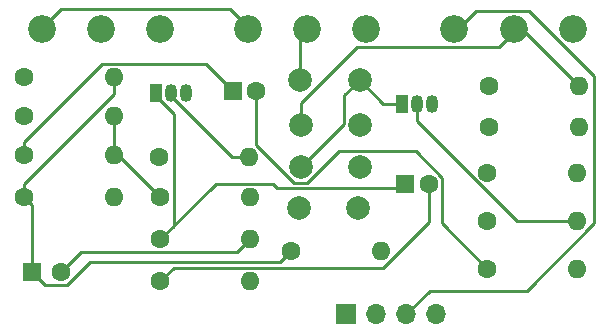
<source format=gbr>
%TF.GenerationSoftware,KiCad,Pcbnew,7.0.11+dfsg-1build4*%
%TF.CreationDate,2025-12-07T17:12:29-05:00*%
%TF.ProjectId,whitefuzz,77686974-6566-4757-9a7a-2e6b69636164,rev?*%
%TF.SameCoordinates,Original*%
%TF.FileFunction,Copper,L1,Top*%
%TF.FilePolarity,Positive*%
%FSLAX46Y46*%
G04 Gerber Fmt 4.6, Leading zero omitted, Abs format (unit mm)*
G04 Created by KiCad (PCBNEW 7.0.11+dfsg-1build4) date 2025-12-07 17:12:29*
%MOMM*%
%LPD*%
G01*
G04 APERTURE LIST*
%TA.AperFunction,ComponentPad*%
%ADD10C,1.600000*%
%TD*%
%TA.AperFunction,ComponentPad*%
%ADD11O,1.600000X1.600000*%
%TD*%
%TA.AperFunction,ComponentPad*%
%ADD12C,2.340000*%
%TD*%
%TA.AperFunction,ComponentPad*%
%ADD13C,2.000000*%
%TD*%
%TA.AperFunction,ComponentPad*%
%ADD14R,1.700000X1.700000*%
%TD*%
%TA.AperFunction,ComponentPad*%
%ADD15O,1.700000X1.700000*%
%TD*%
%TA.AperFunction,ComponentPad*%
%ADD16R,1.600000X1.600000*%
%TD*%
%TA.AperFunction,ComponentPad*%
%ADD17R,1.050000X1.500000*%
%TD*%
%TA.AperFunction,ComponentPad*%
%ADD18O,1.050000X1.500000*%
%TD*%
%TA.AperFunction,Conductor*%
%ADD19C,0.250000*%
%TD*%
G04 APERTURE END LIST*
D10*
%TO.P,R10,1*%
%TO.N,Net-(C3-Pad2)*%
X113792000Y-124333000D03*
D11*
%TO.P,R10,2*%
%TO.N,GND*%
X121412000Y-124333000D03*
%TD*%
D10*
%TO.P,R9,1*%
%TO.N,Net-(Q2-E)*%
X113792000Y-120777000D03*
D11*
%TO.P,R9,2*%
%TO.N,GND*%
X121412000Y-120777000D03*
%TD*%
D12*
%TO.P,RV1,1,1*%
%TO.N,unconnected-(RV1-Pad1)*%
X148684000Y-102971600D03*
%TO.P,RV1,2,2*%
%TO.N,Net-(C2-Pad1)*%
X143684000Y-102971600D03*
%TO.P,RV1,3,3*%
%TO.N,IN*%
X138684000Y-102971600D03*
%TD*%
D10*
%TO.P,R13,1*%
%TO.N,Net-(R13-Pad1)*%
X141605000Y-111252000D03*
D11*
%TO.P,R13,2*%
%TO.N,Net-(C1-Pad1)*%
X149225000Y-111252000D03*
%TD*%
D13*
%TO.P,C1,1*%
%TO.N,Net-(C1-Pad1)*%
X125643000Y-107315000D03*
%TO.P,C1,2*%
%TO.N,Net-(Q3-D)*%
X130643000Y-107315000D03*
%TD*%
D10*
%TO.P,R12,1*%
%TO.N,Net-(C4-Pad1)*%
X102235000Y-117221000D03*
D11*
%TO.P,R12,2*%
%TO.N,Net-(Q3-D)*%
X109855000Y-117221000D03*
%TD*%
D14*
%TO.P,J1,1,Pin_1*%
%TO.N,9V*%
X129540000Y-127127000D03*
D15*
%TO.P,J1,2,Pin_2*%
%TO.N,OUT*%
X132080000Y-127127000D03*
%TO.P,J1,3,Pin_3*%
%TO.N,IN*%
X134620000Y-127127000D03*
%TO.P,J1,4,Pin_4*%
%TO.N,GND*%
X137160000Y-127127000D03*
%TD*%
D13*
%TO.P,C2,1*%
%TO.N,Net-(C2-Pad1)*%
X125683000Y-111125000D03*
%TO.P,C2,2*%
%TO.N,Net-(C2-Pad2)*%
X130683000Y-111125000D03*
%TD*%
%TO.P,C6,1*%
%TO.N,Net-(C6-Pad1)*%
X125516000Y-118110000D03*
%TO.P,C6,2*%
%TO.N,Net-(C1-Pad1)*%
X130516000Y-118110000D03*
%TD*%
D16*
%TO.P,C4,1*%
%TO.N,Net-(C4-Pad1)*%
X102910000Y-123571000D03*
D10*
%TO.P,C4,2*%
%TO.N,GND*%
X105410000Y-123571000D03*
%TD*%
%TO.P,R8,1*%
%TO.N,Net-(R4-Pad2)*%
X113792000Y-117221000D03*
D11*
%TO.P,R8,2*%
%TO.N,Net-(Q2-B)*%
X121412000Y-117221000D03*
%TD*%
D10*
%TO.P,R6,1*%
%TO.N,GND*%
X141605000Y-107823000D03*
D11*
%TO.P,R6,2*%
%TO.N,Net-(C2-Pad1)*%
X149225000Y-107823000D03*
%TD*%
D10*
%TO.P,R14,1*%
%TO.N,Net-(C6-Pad1)*%
X141478000Y-115189000D03*
D11*
%TO.P,R14,2*%
%TO.N,GND*%
X149098000Y-115189000D03*
%TD*%
D12*
%TO.P,RV3,1,1*%
%TO.N,Net-(R13-Pad1)*%
X131208800Y-102971600D03*
%TO.P,RV3,2,2*%
%TO.N,Net-(C1-Pad1)*%
X126208800Y-102971600D03*
%TO.P,RV3,3,3*%
%TO.N,Net-(RV2-Pad3)*%
X121208800Y-102971600D03*
%TD*%
D10*
%TO.P,R7,1*%
%TO.N,Net-(C2-Pad2)*%
X113665000Y-113792000D03*
D11*
%TO.P,R7,2*%
%TO.N,Net-(Q2-B)*%
X121285000Y-113792000D03*
%TD*%
D10*
%TO.P,R4,1*%
%TO.N,GND*%
X102235000Y-110363000D03*
D11*
%TO.P,R4,2*%
%TO.N,Net-(R4-Pad2)*%
X109855000Y-110363000D03*
%TD*%
D17*
%TO.P,Q3,1,D*%
%TO.N,Net-(Q3-D)*%
X134239000Y-109326000D03*
D18*
%TO.P,Q3,2,S*%
%TO.N,Net-(Q3-S)*%
X135509000Y-109326000D03*
%TO.P,Q3,3,G*%
%TO.N,Net-(Q2-C)*%
X136779000Y-109326000D03*
%TD*%
D16*
%TO.P,C7,1*%
%TO.N,Net-(Q3-S)*%
X119920000Y-108204000D03*
D10*
%TO.P,C7,2*%
%TO.N,Net-(C7-Pad2)*%
X121920000Y-108204000D03*
%TD*%
%TO.P,R16,1*%
%TO.N,Net-(C7-Pad2)*%
X141478000Y-123289000D03*
D11*
%TO.P,R16,2*%
%TO.N,GND*%
X149098000Y-123289000D03*
%TD*%
D10*
%TO.P,R3,1*%
%TO.N,9V*%
X102235000Y-107061000D03*
D11*
%TO.P,R3,2*%
%TO.N,Net-(C4-Pad1)*%
X109855000Y-107061000D03*
%TD*%
D10*
%TO.P,R5,1*%
%TO.N,Net-(Q3-S)*%
X102235000Y-113665000D03*
D11*
%TO.P,R5,2*%
%TO.N,Net-(R4-Pad2)*%
X109855000Y-113665000D03*
%TD*%
D10*
%TO.P,R11,1*%
%TO.N,Net-(C4-Pad1)*%
X124841000Y-121793000D03*
D11*
%TO.P,R11,2*%
%TO.N,Net-(Q2-C)*%
X132461000Y-121793000D03*
%TD*%
D13*
%TO.P,C5,1*%
%TO.N,Net-(Q3-D)*%
X125683000Y-114681000D03*
%TO.P,C5,2*%
%TO.N,Net-(Q2-C)*%
X130683000Y-114681000D03*
%TD*%
D10*
%TO.P,R15,1*%
%TO.N,GND*%
X141478000Y-119239000D03*
D11*
%TO.P,R15,2*%
%TO.N,Net-(Q3-S)*%
X149098000Y-119239000D03*
%TD*%
D16*
%TO.P,C3,1*%
%TO.N,Net-(Q2-E)*%
X134525000Y-116078000D03*
D10*
%TO.P,C3,2*%
%TO.N,Net-(C3-Pad2)*%
X136525000Y-116078000D03*
%TD*%
D17*
%TO.P,Q2,1,E*%
%TO.N,Net-(Q2-E)*%
X113411000Y-108437000D03*
D18*
%TO.P,Q2,2,B*%
%TO.N,Net-(Q2-B)*%
X114681000Y-108437000D03*
%TO.P,Q2,3,C*%
%TO.N,Net-(Q2-C)*%
X115951000Y-108437000D03*
%TD*%
D12*
%TO.P,RV2,1,1*%
%TO.N,GND*%
X113792000Y-102971600D03*
%TO.P,RV2,2,2*%
%TO.N,OUT*%
X108792000Y-102971600D03*
%TO.P,RV2,3,3*%
%TO.N,Net-(RV2-Pad3)*%
X103792000Y-102971600D03*
%TD*%
D19*
%TO.N,Net-(C1-Pad1)*%
X125643000Y-103719000D02*
X126365000Y-102997000D01*
X125643000Y-107315000D02*
X125643000Y-103719000D01*
%TO.N,GND*%
X105410000Y-123571000D02*
X107079000Y-121902000D01*
X120287000Y-121902000D02*
X121412000Y-120777000D01*
X107079000Y-121902000D02*
X120287000Y-121902000D01*
%TO.N,Net-(Q3-D)*%
X132654000Y-109326000D02*
X130643000Y-107315000D01*
X129358000Y-108600000D02*
X130643000Y-107315000D01*
X129358000Y-111006000D02*
X129358000Y-108600000D01*
X125683000Y-114681000D02*
X129358000Y-111006000D01*
X134239000Y-109326000D02*
X132654000Y-109326000D01*
%TO.N,Net-(C2-Pad1)*%
X142476000Y-104492000D02*
X130458000Y-104492000D01*
X144399000Y-102997000D02*
X143971000Y-102997000D01*
X143971000Y-102997000D02*
X142476000Y-104492000D01*
X149225000Y-107823000D02*
X144399000Y-102997000D01*
X125683000Y-109267000D02*
X125683000Y-111125000D01*
X130458000Y-104492000D02*
X125683000Y-109267000D01*
%TO.N,Net-(Q2-B)*%
X119811000Y-113792000D02*
X114681000Y-108662000D01*
X121285000Y-113792000D02*
X119811000Y-113792000D01*
X114681000Y-108662000D02*
X114681000Y-108437000D01*
%TO.N,Net-(Q2-E)*%
X118473000Y-116096000D02*
X113792000Y-120777000D01*
X134525000Y-116078000D02*
X134144000Y-116459000D01*
X134144000Y-116459000D02*
X123698000Y-116459000D01*
X123335000Y-116096000D02*
X118473000Y-116096000D01*
X113411000Y-108437000D02*
X113411000Y-108662000D01*
X113411000Y-108662000D02*
X114917000Y-110168000D01*
X114917000Y-119652000D02*
X113792000Y-120777000D01*
X114917000Y-110168000D02*
X114917000Y-119652000D01*
X123698000Y-116459000D02*
X123335000Y-116096000D01*
%TO.N,Net-(C3-Pad2)*%
X114917000Y-123208000D02*
X113792000Y-124333000D01*
X132636991Y-123208000D02*
X114917000Y-123208000D01*
X136525000Y-119319991D02*
X132636991Y-123208000D01*
X136525000Y-116078000D02*
X136525000Y-119319991D01*
%TO.N,IN*%
X145034000Y-101473000D02*
X140495000Y-101473000D01*
X150495000Y-119432991D02*
X150495000Y-106934000D01*
X150495000Y-106934000D02*
X145034000Y-101473000D01*
X140495000Y-101473000D02*
X138971000Y-102997000D01*
X136604000Y-125143000D02*
X144784991Y-125143000D01*
X144784991Y-125143000D02*
X150495000Y-119432991D01*
X134620000Y-127127000D02*
X136604000Y-125143000D01*
%TO.N,Net-(C4-Pad1)*%
X124841000Y-121793000D02*
X123876000Y-122758000D01*
X104035000Y-124696000D02*
X102910000Y-123571000D01*
X123876000Y-122758000D02*
X107813991Y-122758000D01*
X107813991Y-122758000D02*
X105875991Y-124696000D01*
X105875991Y-124696000D02*
X104035000Y-124696000D01*
X102910000Y-117896000D02*
X102235000Y-117221000D01*
X109855000Y-108469630D02*
X109855000Y-107061000D01*
X102910000Y-123571000D02*
X102910000Y-117896000D01*
X102235000Y-116089630D02*
X109855000Y-108469630D01*
X102235000Y-117221000D02*
X102235000Y-116089630D01*
%TO.N,Net-(Q3-S)*%
X117652000Y-105936000D02*
X108832630Y-105936000D01*
X143937009Y-119239000D02*
X135509000Y-110810991D01*
X119920000Y-108204000D02*
X117652000Y-105936000D01*
X135509000Y-110810991D02*
X135509000Y-109326000D01*
X108832630Y-105936000D02*
X102235000Y-112533630D01*
X149098000Y-119239000D02*
X143937009Y-119239000D01*
X102235000Y-112533630D02*
X102235000Y-113665000D01*
%TO.N,Net-(C7-Pad2)*%
X135393991Y-113356000D02*
X128881833Y-113356000D01*
X128881833Y-113356000D02*
X126231833Y-116006000D01*
X137650000Y-115612009D02*
X135393991Y-113356000D01*
X141478000Y-123289000D02*
X137650000Y-119461000D01*
X121920000Y-112791833D02*
X121920000Y-108204000D01*
X126231833Y-116006000D02*
X125134167Y-116006000D01*
X125134167Y-116006000D02*
X121920000Y-112791833D01*
X137650000Y-119461000D02*
X137650000Y-115612009D01*
%TO.N,Net-(R4-Pad2)*%
X113792000Y-117221000D02*
X110236000Y-113665000D01*
X110236000Y-113665000D02*
X109855000Y-113665000D01*
X109855000Y-113665000D02*
X109855000Y-110363000D01*
%TO.N,Net-(RV2-Pad3)*%
X121365000Y-102997000D02*
X119663200Y-101295200D01*
X119663200Y-101295200D02*
X105366800Y-101295200D01*
X105366800Y-101295200D02*
X103665000Y-102997000D01*
%TD*%
M02*

</source>
